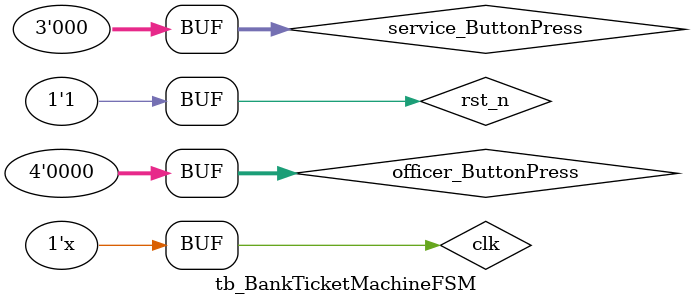
<source format=v>
module tb_BankTicketMachineFSM;

    // Inputs
    reg clk;
    reg rst_n;
    reg [2:0] service_ButtonPress;
    reg [3:0] officer_ButtonPress;

    // Outputs
    wire [6:0] Tickernum;
    wire [1:0] Desknum;
    wire [15:0] ticket_WaitingCustomers;
    wire [2:0] ticket_ServiceType;

    // Instantiate the module under test
    BankTicketMachineFSM dut (
        .clk(clk),
        .rst_n(rst_n),
        .service_ButtonPress(service_ButtonPress),
        .officer_ButtonPress(officer_ButtonPress),
        .Tickernum(Tickernum),
        .Desknum(Desknum),
        .ticket_WaitingCustomers(ticket_WaitingCustomers),
        .ticket_ServiceType(ticket_ServiceType)
    );

    // Clock generation
    always begin
        #5 clk = ~clk;
    end

    // Reset generation
    initial begin
        clk = 0;
        rst_n = 0;
        service_ButtonPress = 0;
        officer_ButtonPress = 0;
        #10 rst_n = 1;
    end

    // Stimulus
    initial begin
        // First state is IDLE
        // No button press, so outputs should remain at their initial values
        // Wait for some time
        #20;
        // Press general services button
        service_ButtonPress = 3'b001;
        #20;
        // Press general services button again
        service_ButtonPress = 3'b001;
        #20;
        // Press general services button again
        service_ButtonPress = 3'b001;
        #20;
        // Press general services button again
        service_ButtonPress = 3'b001;
        #20;
        // Press loan services button 
        service_ButtonPress = 3'b010;
        #20;
        // Press loan services button again
        service_ButtonPress = 3'b010;
        #20;
        // Press coustemer service button
        service_ButtonPress = 3'b100;
        #20;
        // Press coustemer service button again
        service_ButtonPress = 3'b100;

        // Wait for some time
        #20;
        service_ButtonPress = 3'b000;

        // Press officer 1 button
        officer_ButtonPress = 4'b0001;

        // Wait for some time
        #20;

        // Press officer 1 button
        officer_ButtonPress = 4'b0001;

        // Wait for some time
        #20;

        // Press officer 2 button
        officer_ButtonPress = 4'b0010;

        // Wait for some time
        #20;

        // Press officer 2 button
        officer_ButtonPress = 4'b0010;

        // Wait for some time
        #20;

        // Press officer 3 button
        officer_ButtonPress = 4'b0100;

        // Wait for some time
        #20;

        // Press officer 4 button
        officer_ButtonPress = 4'b1000;

        // Wait for some time
        #20;

        // Press no button
        officer_ButtonPress = 4'b0000;

        // Wait for some time
        #20;

    end

endmodule
</source>
